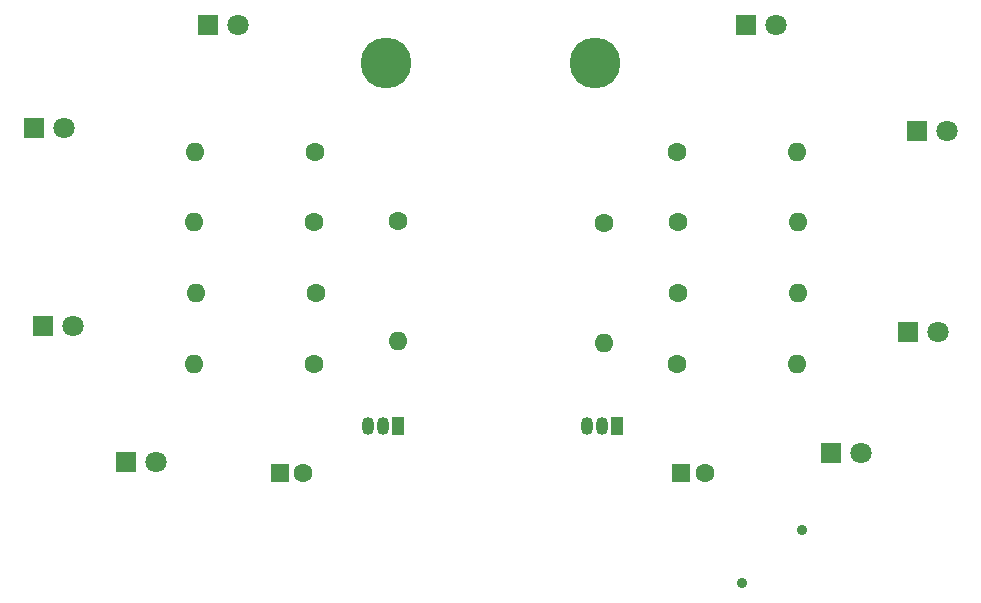
<source format=gts>
%TF.GenerationSoftware,KiCad,Pcbnew,8.0.5*%
%TF.CreationDate,2024-09-25T11:06:08-04:00*%
%TF.ProjectId,HeartLEDTHT,48656172-744c-4454-9454-48542e6b6963,rev?*%
%TF.SameCoordinates,Original*%
%TF.FileFunction,Soldermask,Top*%
%TF.FilePolarity,Negative*%
%FSLAX46Y46*%
G04 Gerber Fmt 4.6, Leading zero omitted, Abs format (unit mm)*
G04 Created by KiCad (PCBNEW 8.0.5) date 2024-09-25 11:06:08*
%MOMM*%
%LPD*%
G01*
G04 APERTURE LIST*
%ADD10R,1.800000X1.800000*%
%ADD11C,1.800000*%
%ADD12C,1.600000*%
%ADD13O,1.600000X1.600000*%
%ADD14R,1.600000X1.600000*%
%ADD15R,1.050000X1.500000*%
%ADD16O,1.050000X1.500000*%
%ADD17C,4.300000*%
%ADD18C,0.900000*%
G04 APERTURE END LIST*
D10*
%TO.C,D3*%
X49210000Y-117750000D03*
D11*
X51750000Y-117750000D03*
%TD*%
D12*
%TO.C,R2*%
X103670000Y-119750000D03*
D13*
X113830000Y-119750000D03*
%TD*%
D12*
%TO.C,R1*%
X72990000Y-119750000D03*
D13*
X62830000Y-119750000D03*
%TD*%
D12*
%TO.C,R4*%
X103750000Y-125750000D03*
D13*
X113910000Y-125750000D03*
%TD*%
D12*
%TO.C,R9*%
X72910000Y-137750000D03*
D13*
X62750000Y-137750000D03*
%TD*%
D10*
%TO.C,D6*%
X123210000Y-135000000D03*
D11*
X125750000Y-135000000D03*
%TD*%
D12*
%TO.C,R6*%
X97500000Y-125840000D03*
D13*
X97500000Y-136000000D03*
%TD*%
D10*
%TO.C,D4*%
X123960000Y-118000000D03*
D11*
X126500000Y-118000000D03*
%TD*%
D14*
%TO.C,C1*%
X104000000Y-147000000D03*
D12*
X106000000Y-147000000D03*
%TD*%
D10*
%TO.C,D8*%
X116710000Y-145250000D03*
D11*
X119250000Y-145250000D03*
%TD*%
D12*
%TO.C,R3*%
X72910000Y-125750000D03*
D13*
X62750000Y-125750000D03*
%TD*%
D12*
%TO.C,R10*%
X103670000Y-137750000D03*
D13*
X113830000Y-137750000D03*
%TD*%
D15*
%TO.C,Q2*%
X80000000Y-143000000D03*
D16*
X78730000Y-143000000D03*
X77460000Y-143000000D03*
%TD*%
D17*
%TO.C,H2*%
X96750000Y-112250000D03*
%TD*%
%TO.C,H1*%
X79000000Y-112250000D03*
%TD*%
D14*
%TO.C,C2*%
X70000000Y-147000000D03*
D12*
X72000000Y-147000000D03*
%TD*%
D10*
%TO.C,D5*%
X49975000Y-134500000D03*
D11*
X52515000Y-134500000D03*
%TD*%
D12*
%TO.C,R5*%
X80000000Y-125670000D03*
D13*
X80000000Y-135830000D03*
%TD*%
D10*
%TO.C,D2*%
X109460000Y-109000000D03*
D11*
X112000000Y-109000000D03*
%TD*%
D15*
%TO.C,Q1*%
X98540000Y-143000000D03*
D16*
X97270000Y-143000000D03*
X96000000Y-143000000D03*
%TD*%
D12*
%TO.C,R8*%
X103750000Y-131750000D03*
D13*
X113910000Y-131750000D03*
%TD*%
D10*
%TO.C,D7*%
X56960000Y-146000000D03*
D11*
X59500000Y-146000000D03*
%TD*%
D12*
%TO.C,R7*%
X73080000Y-131750000D03*
D13*
X62920000Y-131750000D03*
%TD*%
D10*
%TO.C,D1*%
X63960000Y-109000000D03*
D11*
X66500000Y-109000000D03*
%TD*%
D18*
%TO.C,SW1*%
X114222106Y-151759146D03*
X109168722Y-156309234D03*
%TD*%
M02*

</source>
